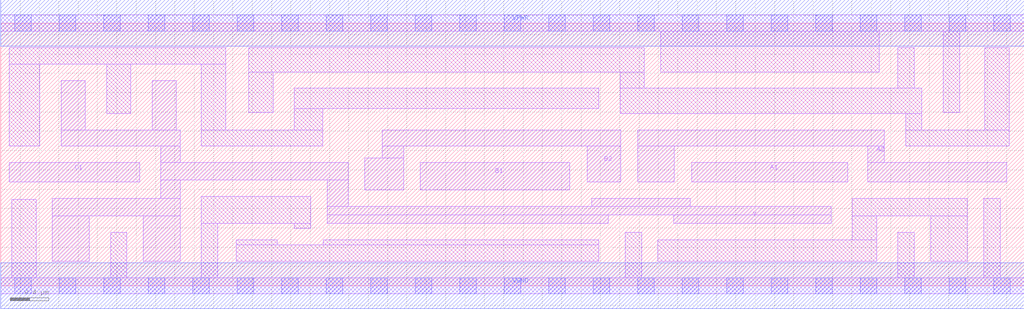
<source format=lef>
# Copyright 2020 The SkyWater PDK Authors
#
# Licensed under the Apache License, Version 2.0 (the "License");
# you may not use this file except in compliance with the License.
# You may obtain a copy of the License at
#
#     https://www.apache.org/licenses/LICENSE-2.0
#
# Unless required by applicable law or agreed to in writing, software
# distributed under the License is distributed on an "AS IS" BASIS,
# WITHOUT WARRANTIES OR CONDITIONS OF ANY KIND, either express or implied.
# See the License for the specific language governing permissions and
# limitations under the License.
#
# SPDX-License-Identifier: Apache-2.0

VERSION 5.7 ;
  NAMESCASESENSITIVE ON ;
  NOWIREEXTENSIONATPIN ON ;
  DIVIDERCHAR "/" ;
  BUSBITCHARS "[]" ;
UNITS
  DATABASE MICRONS 200 ;
END UNITS
PROPERTYDEFINITIONS
  MACRO maskLayoutSubType STRING ;
  MACRO prCellType STRING ;
  MACRO originalViewName STRING ;
END PROPERTYDEFINITIONS
MACRO sky130_fd_sc_hdll__a221oi_4
  CLASS CORE ;
  FOREIGN sky130_fd_sc_hdll__a221oi_4 ;
  ORIGIN  0.000000  0.000000 ;
  SIZE  10.58000 BY  2.720000 ;
  SYMMETRY X Y R90 ;
  SITE unithd ;
  PIN A1
    ANTENNAGATEAREA  1.110000 ;
    DIRECTION INPUT ;
    USE SIGNAL ;
    PORT
      LAYER li1 ;
        RECT 7.145000 1.075000 8.755000 1.275000 ;
    END
  END A1
  PIN A2
    ANTENNAGATEAREA  1.110000 ;
    DIRECTION INPUT ;
    USE SIGNAL ;
    PORT
      LAYER li1 ;
        RECT 6.585000 1.075000  6.965000 1.445000 ;
        RECT 6.585000 1.445000  9.135000 1.615000 ;
        RECT 8.965000 1.075000 10.400000 1.275000 ;
        RECT 8.965000 1.275000  9.135000 1.445000 ;
    END
  END A2
  PIN B1
    ANTENNAGATEAREA  1.110000 ;
    DIRECTION INPUT ;
    USE SIGNAL ;
    PORT
      LAYER li1 ;
        RECT 4.335000 0.995000 5.885000 1.275000 ;
    END
  END B1
  PIN B2
    ANTENNAGATEAREA  1.110000 ;
    DIRECTION INPUT ;
    USE SIGNAL ;
    PORT
      LAYER li1 ;
        RECT 3.765000 0.995000 4.165000 1.325000 ;
        RECT 3.945000 1.325000 4.165000 1.445000 ;
        RECT 3.945000 1.445000 6.410000 1.615000 ;
        RECT 6.065000 1.075000 6.410000 1.445000 ;
    END
  END B2
  PIN C1
    ANTENNAGATEAREA  1.110000 ;
    DIRECTION INPUT ;
    USE SIGNAL ;
    PORT
      LAYER li1 ;
        RECT 0.090000 1.075000 1.435000 1.275000 ;
    END
  END C1
  PIN VGND
    ANTENNADIFFAREA  1.485250 ;
    DIRECTION INOUT ;
    USE SIGNAL ;
    PORT
      LAYER met1 ;
        RECT 0.000000 -0.240000 10.580000 0.240000 ;
    END
  END VGND
  PIN VPWR
    ANTENNADIFFAREA  1.160000 ;
    DIRECTION INOUT ;
    USE SIGNAL ;
    PORT
      LAYER met1 ;
        RECT 0.000000 2.480000 10.580000 2.960000 ;
    END
  END VPWR
  PIN Y
    ANTENNADIFFAREA  1.893000 ;
    DIRECTION OUTPUT ;
    USE SIGNAL ;
    PORT
      LAYER li1 ;
        RECT 0.535000 0.255000 0.915000 0.725000 ;
        RECT 0.535000 0.725000 1.855000 0.905000 ;
        RECT 0.625000 1.445000 1.855000 1.615000 ;
        RECT 0.625000 1.615000 0.875000 2.125000 ;
        RECT 1.475000 0.255000 1.855000 0.725000 ;
        RECT 1.565000 1.615000 1.815000 2.125000 ;
        RECT 1.655000 0.905000 1.855000 1.095000 ;
        RECT 1.655000 1.095000 3.595000 1.275000 ;
        RECT 1.655000 1.275000 1.855000 1.445000 ;
        RECT 3.375000 0.645000 6.280000 0.735000 ;
        RECT 3.375000 0.735000 8.585000 0.820000 ;
        RECT 3.375000 0.820000 3.595000 1.095000 ;
        RECT 6.110000 0.820000 7.130000 0.905000 ;
        RECT 6.960000 0.645000 8.585000 0.735000 ;
    END
  END Y
  OBS
    LAYER li1 ;
      RECT  0.000000 -0.085000 10.580000 0.085000 ;
      RECT  0.000000  2.635000 10.580000 2.805000 ;
      RECT  0.090000  1.445000  0.405000 2.295000 ;
      RECT  0.090000  2.295000  2.325000 2.465000 ;
      RECT  0.115000  0.085000  0.365000 0.895000 ;
      RECT  1.095000  1.785000  1.345000 2.295000 ;
      RECT  1.135000  0.085000  1.305000 0.555000 ;
      RECT  2.075000  0.085000  2.245000 0.645000 ;
      RECT  2.075000  0.645000  3.205000 0.925000 ;
      RECT  2.075000  1.445000  3.330000 1.615000 ;
      RECT  2.075000  1.615000  2.325000 2.295000 ;
      RECT  2.435000  0.255000  6.185000 0.425000 ;
      RECT  2.435000  0.425000  2.860000 0.475000 ;
      RECT  2.565000  1.795000  2.815000 2.215000 ;
      RECT  2.565000  2.215000  6.655000 2.465000 ;
      RECT  3.035000  0.595000  3.205000 0.645000 ;
      RECT  3.035000  1.615000  3.330000 1.835000 ;
      RECT  3.035000  1.835000  6.185000 2.045000 ;
      RECT  3.335000  0.425000  6.185000 0.475000 ;
      RECT  6.405000  1.785000  9.525000 2.045000 ;
      RECT  6.405000  2.045000  6.655000 2.215000 ;
      RECT  6.455000  0.085000  6.625000 0.555000 ;
      RECT  6.795000  0.255000  9.055000 0.475000 ;
      RECT  6.825000  2.215000  9.085000 2.635000 ;
      RECT  8.805000  0.475000  9.055000 0.725000 ;
      RECT  8.805000  0.725000  9.995000 0.905000 ;
      RECT  9.275000  0.085000  9.445000 0.555000 ;
      RECT  9.275000  2.045000  9.445000 2.465000 ;
      RECT  9.355000  1.445000 10.425000 1.615000 ;
      RECT  9.355000  1.615000  9.525000 1.785000 ;
      RECT  9.615000  0.255000  9.995000 0.725000 ;
      RECT  9.745000  1.795000  9.915000 2.635000 ;
      RECT 10.165000  0.085000 10.335000 0.905000 ;
      RECT 10.175000  1.615000 10.425000 2.465000 ;
    LAYER mcon ;
      RECT  0.145000 -0.085000  0.315000 0.085000 ;
      RECT  0.145000  2.635000  0.315000 2.805000 ;
      RECT  0.605000 -0.085000  0.775000 0.085000 ;
      RECT  0.605000  2.635000  0.775000 2.805000 ;
      RECT  1.065000 -0.085000  1.235000 0.085000 ;
      RECT  1.065000  2.635000  1.235000 2.805000 ;
      RECT  1.525000 -0.085000  1.695000 0.085000 ;
      RECT  1.525000  2.635000  1.695000 2.805000 ;
      RECT  1.985000 -0.085000  2.155000 0.085000 ;
      RECT  1.985000  2.635000  2.155000 2.805000 ;
      RECT  2.445000 -0.085000  2.615000 0.085000 ;
      RECT  2.445000  2.635000  2.615000 2.805000 ;
      RECT  2.905000 -0.085000  3.075000 0.085000 ;
      RECT  2.905000  2.635000  3.075000 2.805000 ;
      RECT  3.365000 -0.085000  3.535000 0.085000 ;
      RECT  3.365000  2.635000  3.535000 2.805000 ;
      RECT  3.825000 -0.085000  3.995000 0.085000 ;
      RECT  3.825000  2.635000  3.995000 2.805000 ;
      RECT  4.285000 -0.085000  4.455000 0.085000 ;
      RECT  4.285000  2.635000  4.455000 2.805000 ;
      RECT  4.745000 -0.085000  4.915000 0.085000 ;
      RECT  4.745000  2.635000  4.915000 2.805000 ;
      RECT  5.205000 -0.085000  5.375000 0.085000 ;
      RECT  5.205000  2.635000  5.375000 2.805000 ;
      RECT  5.665000 -0.085000  5.835000 0.085000 ;
      RECT  5.665000  2.635000  5.835000 2.805000 ;
      RECT  6.125000 -0.085000  6.295000 0.085000 ;
      RECT  6.125000  2.635000  6.295000 2.805000 ;
      RECT  6.585000 -0.085000  6.755000 0.085000 ;
      RECT  6.585000  2.635000  6.755000 2.805000 ;
      RECT  7.045000 -0.085000  7.215000 0.085000 ;
      RECT  7.045000  2.635000  7.215000 2.805000 ;
      RECT  7.505000 -0.085000  7.675000 0.085000 ;
      RECT  7.505000  2.635000  7.675000 2.805000 ;
      RECT  7.965000 -0.085000  8.135000 0.085000 ;
      RECT  7.965000  2.635000  8.135000 2.805000 ;
      RECT  8.425000 -0.085000  8.595000 0.085000 ;
      RECT  8.425000  2.635000  8.595000 2.805000 ;
      RECT  8.885000 -0.085000  9.055000 0.085000 ;
      RECT  8.885000  2.635000  9.055000 2.805000 ;
      RECT  9.345000 -0.085000  9.515000 0.085000 ;
      RECT  9.345000  2.635000  9.515000 2.805000 ;
      RECT  9.805000 -0.085000  9.975000 0.085000 ;
      RECT  9.805000  2.635000  9.975000 2.805000 ;
      RECT 10.265000 -0.085000 10.435000 0.085000 ;
      RECT 10.265000  2.635000 10.435000 2.805000 ;
  END
  PROPERTY maskLayoutSubType "abstract" ;
  PROPERTY prCellType "standard" ;
  PROPERTY originalViewName "layout" ;
END sky130_fd_sc_hdll__a221oi_4

</source>
